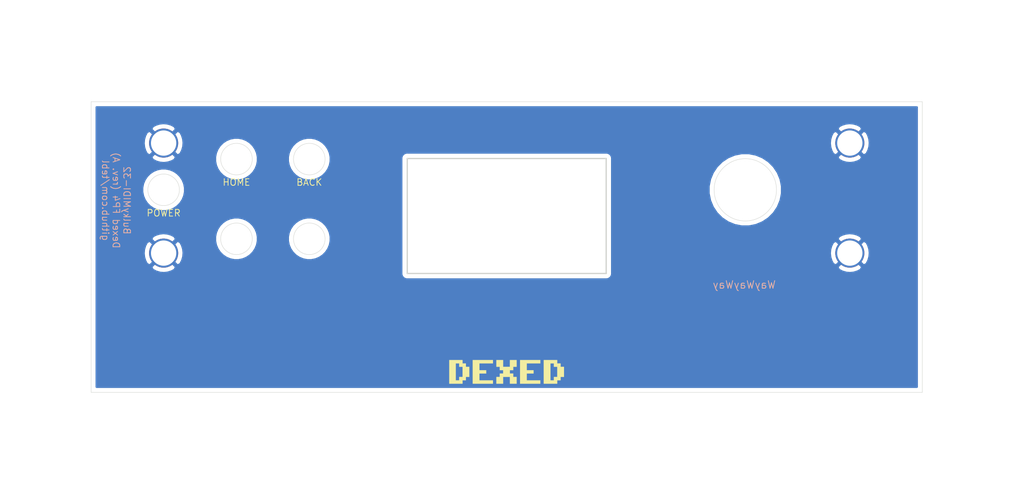
<source format=kicad_pcb>
(kicad_pcb (version 20171130) (host pcbnew "(5.1.8)-1")

  (general
    (thickness 1.6)
    (drawings 25)
    (tracks 0)
    (zones 0)
    (modules 5)
    (nets 2)
  )

  (page A4)
  (layers
    (0 F.Cu signal)
    (31 B.Cu signal)
    (32 B.Adhes user)
    (33 F.Adhes user)
    (34 B.Paste user)
    (35 F.Paste user)
    (36 B.SilkS user)
    (37 F.SilkS user)
    (38 B.Mask user)
    (39 F.Mask user)
    (40 Dwgs.User user)
    (41 Cmts.User user)
    (42 Eco1.User user)
    (43 Eco2.User user)
    (44 Edge.Cuts user)
    (45 Margin user)
    (46 B.CrtYd user)
    (47 F.CrtYd user)
    (48 B.Fab user hide)
    (49 F.Fab user)
  )

  (setup
    (last_trace_width 0.25)
    (trace_clearance 0.2)
    (zone_clearance 0.508)
    (zone_45_only no)
    (trace_min 0.2)
    (via_size 0.8)
    (via_drill 0.4)
    (via_min_size 0.4)
    (via_min_drill 0.3)
    (uvia_size 0.3)
    (uvia_drill 0.1)
    (uvias_allowed no)
    (uvia_min_size 0.2)
    (uvia_min_drill 0.1)
    (edge_width 0.05)
    (segment_width 0.2)
    (pcb_text_width 0.3)
    (pcb_text_size 1.5 1.5)
    (mod_edge_width 0.12)
    (mod_text_size 1 1)
    (mod_text_width 0.15)
    (pad_size 1.524 1.524)
    (pad_drill 0.762)
    (pad_to_mask_clearance 0)
    (aux_axis_origin 0 0)
    (grid_origin 141.09 121.579)
    (visible_elements 7FFFFFFF)
    (pcbplotparams
      (layerselection 0x011fc_ffffffff)
      (usegerberextensions true)
      (usegerberattributes false)
      (usegerberadvancedattributes false)
      (creategerberjobfile false)
      (excludeedgelayer true)
      (linewidth 0.100000)
      (plotframeref false)
      (viasonmask false)
      (mode 1)
      (useauxorigin false)
      (hpglpennumber 1)
      (hpglpenspeed 20)
      (hpglpendiameter 15.000000)
      (psnegative false)
      (psa4output false)
      (plotreference true)
      (plotvalue true)
      (plotinvisibletext false)
      (padsonsilk false)
      (subtractmaskfromsilk false)
      (outputformat 1)
      (mirror false)
      (drillshape 0)
      (scaleselection 1)
      (outputdirectory "export/"))
  )

  (net 0 "")
  (net 1 GND)

  (net_class Default "This is the default net class."
    (clearance 0.2)
    (trace_width 0.25)
    (via_dia 0.8)
    (via_drill 0.4)
    (uvia_dia 0.3)
    (uvia_drill 0.1)
  )

  (net_class PWR ""
    (clearance 0.2)
    (trace_width 0.381)
    (via_dia 0.8)
    (via_drill 0.4)
    (uvia_dia 0.3)
    (uvia_drill 0.1)
    (add_net GND)
  )

  (module artwork:Dexed (layer F.Cu) (tedit 0) (tstamp 62CA114F)
    (at 141.09 143.502)
    (fp_text reference G*** (at 0 0) (layer F.SilkS) hide
      (effects (font (size 1.524 1.524) (thickness 0.3)))
    )
    (fp_text value LOGO (at 0.75 0) (layer F.SilkS) hide
      (effects (font (size 1.524 1.524) (thickness 0.3)))
    )
    (fp_poly (pts (xy -5.313914 -1.017017) (xy -4.907107 -1.017017) (xy -4.907107 -0.61021) (xy -4.5003 -0.61021)
      (xy -4.5003 0.610211) (xy -4.907107 0.610211) (xy -4.907107 1.017017) (xy -5.313914 1.017017)
      (xy -5.313914 1.423824) (xy -6.915715 1.423824) (xy -6.915715 -1.017017) (xy -6.127527 -1.017017)
      (xy -6.127527 1.017017) (xy -5.720721 1.017017) (xy -5.720721 0.610211) (xy -5.313914 0.610211)
      (xy -5.313914 -0.61021) (xy -5.720721 -0.61021) (xy -5.720721 -1.017017) (xy -6.127527 -1.017017)
      (xy -6.915715 -1.017017) (xy -6.915715 -1.423823) (xy -5.313914 -1.423823) (xy -5.313914 -1.017017)) (layer F.SilkS) (width 0.01))
    (fp_poly (pts (xy -1.652652 -1.017017) (xy -3.27988 -1.017017) (xy -3.27988 -0.203403) (xy -2.466266 -0.203403)
      (xy -2.466266 0.203404) (xy -3.27988 0.203404) (xy -3.27988 1.017017) (xy -1.652652 1.017017)
      (xy -1.652652 1.423824) (xy -4.093493 1.423824) (xy -4.093493 -1.423823) (xy -1.652652 -1.423823)
      (xy -1.652652 -1.017017)) (layer F.SilkS) (width 0.01))
    (fp_poly (pts (xy -0.432232 -0.61021) (xy 0.381382 -0.61021) (xy 0.381382 -1.423823) (xy 1.194995 -1.423823)
      (xy 1.194995 -0.61021) (xy 0.788188 -0.61021) (xy 0.788188 -0.203403) (xy 0.381382 -0.203403)
      (xy 0.381382 0.203404) (xy 0.788188 0.203404) (xy 0.788188 0.610211) (xy 1.194995 0.610211)
      (xy 1.194995 1.423824) (xy 0.381382 1.423824) (xy 0.381382 0.610211) (xy -0.432232 0.610211)
      (xy -0.432232 1.423824) (xy -1.245846 1.423824) (xy -1.245846 0.610211) (xy -0.839039 0.610211)
      (xy -0.839039 0.203404) (xy -0.432232 0.203404) (xy -0.432232 -0.203403) (xy -0.839039 -0.203403)
      (xy -0.839039 -0.61021) (xy -1.245846 -0.61021) (xy -1.245846 -1.423823) (xy -0.432232 -1.423823)
      (xy -0.432232 -0.61021)) (layer F.SilkS) (width 0.01))
    (fp_poly (pts (xy 4.042643 -1.017017) (xy 2.415416 -1.017017) (xy 2.415416 -0.203403) (xy 3.229029 -0.203403)
      (xy 3.229029 0.203404) (xy 2.415416 0.203404) (xy 2.415416 1.017017) (xy 4.042643 1.017017)
      (xy 4.042643 1.423824) (xy 1.601802 1.423824) (xy 1.601802 -1.423823) (xy 4.042643 -1.423823)
      (xy 4.042643 -1.017017)) (layer F.SilkS) (width 0.01))
    (fp_poly (pts (xy 6.076677 -1.017017) (xy 6.483484 -1.017017) (xy 6.483484 -0.61021) (xy 6.890291 -0.61021)
      (xy 6.890291 0.610211) (xy 6.483484 0.610211) (xy 6.483484 1.017017) (xy 6.076677 1.017017)
      (xy 6.076677 1.423824) (xy 4.44945 1.423824) (xy 4.44945 -1.017017) (xy 5.263063 -1.017017)
      (xy 5.263063 1.017017) (xy 5.66987 1.017017) (xy 5.66987 0.610211) (xy 6.076677 0.610211)
      (xy 6.076677 -0.61021) (xy 5.66987 -0.61021) (xy 5.66987 -1.017017) (xy 5.263063 -1.017017)
      (xy 4.44945 -1.017017) (xy 4.44945 -1.423823) (xy 6.076677 -1.423823) (xy 6.076677 -1.017017)) (layer F.SilkS) (width 0.01))
  )

  (module mounting:M3_pin (layer F.Cu) (tedit 5F76331A) (tstamp 6282A424)
    (at 99.815 129.199)
    (descr "module 1 pin (ou trou mecanique de percage)")
    (tags DEV)
    (path /6282631C)
    (fp_text reference M1 (at 3.048 0) (layer F.Fab) hide
      (effects (font (size 1 1) (thickness 0.15)))
    )
    (fp_text value Mounting_Pin (at 0 3) (layer F.Fab) hide
      (effects (font (size 1 1) (thickness 0.15)))
    )
    (fp_circle (center 0 0) (end 2.6 0) (layer F.CrtYd) (width 0.05))
    (fp_circle (center 0 0) (end 2 0.8) (layer F.Fab) (width 0.1))
    (pad 1 thru_hole circle (at 0 0) (size 3.5 3.5) (drill 3.048) (layers *.Cu *.Mask)
      (net 1 GND) (solder_mask_margin 0.8))
  )

  (module mounting:M3_pin (layer F.Cu) (tedit 5F76331A) (tstamp 6282A42B)
    (at 182.365 129.199)
    (descr "module 1 pin (ou trou mecanique de percage)")
    (tags DEV)
    (path /62826824)
    (fp_text reference M2 (at 0 -3.048) (layer F.Fab) hide
      (effects (font (size 1 1) (thickness 0.15)))
    )
    (fp_text value Mounting_Pin (at 0 3) (layer F.Fab) hide
      (effects (font (size 1 1) (thickness 0.15)))
    )
    (fp_circle (center 0 0) (end 2 0.8) (layer F.Fab) (width 0.1))
    (fp_circle (center 0 0) (end 2.6 0) (layer F.CrtYd) (width 0.05))
    (pad 1 thru_hole circle (at 0 0) (size 3.5 3.5) (drill 3.048) (layers *.Cu *.Mask)
      (net 1 GND) (solder_mask_margin 0.8))
  )

  (module mounting:M3_pin (layer F.Cu) (tedit 5F76331A) (tstamp 6282A432)
    (at 182.365 115.949)
    (descr "module 1 pin (ou trou mecanique de percage)")
    (tags DEV)
    (path /62826D8F)
    (fp_text reference M3 (at 0 -3.048) (layer F.Fab) hide
      (effects (font (size 1 1) (thickness 0.15)))
    )
    (fp_text value Mounting_Pin (at 0 3) (layer F.Fab) hide
      (effects (font (size 1 1) (thickness 0.15)))
    )
    (fp_circle (center 0 0) (end 2.6 0) (layer F.CrtYd) (width 0.05))
    (fp_circle (center 0 0) (end 2 0.8) (layer F.Fab) (width 0.1))
    (pad 1 thru_hole circle (at 0 0) (size 3.5 3.5) (drill 3.048) (layers *.Cu *.Mask)
      (net 1 GND) (solder_mask_margin 0.8))
  )

  (module mounting:M3_pin (layer F.Cu) (tedit 5F76331A) (tstamp 6282A439)
    (at 99.815 115.949)
    (descr "module 1 pin (ou trou mecanique de percage)")
    (tags DEV)
    (path /62827110)
    (fp_text reference M4 (at 0 -3.048) (layer F.Fab) hide
      (effects (font (size 1 1) (thickness 0.15)))
    )
    (fp_text value Mounting_Pin (at 0 3) (layer F.Fab) hide
      (effects (font (size 1 1) (thickness 0.15)))
    )
    (fp_circle (center 0 0) (end 2 0.8) (layer F.Fab) (width 0.1))
    (fp_circle (center 0 0) (end 2.6 0) (layer F.CrtYd) (width 0.05))
    (pad 1 thru_hole circle (at 0 0) (size 3.5 3.5) (drill 3.048) (layers *.Cu *.Mask)
      (net 1 GND) (solder_mask_margin 0.8))
  )

  (gr_text WayWayWay (at 169.665 133.009) (layer B.SilkS) (tstamp 6611F18A)
    (effects (font (size 0.9 0.9) (thickness 0.1)) (justify mirror))
  )
  (gr_text JLCJLCJLCJLC (at 112.515 133.009) (layer F.Fab) (tstamp 6611F189)
    (effects (font (size 0.9 0.9) (thickness 0.1)) (justify mirror))
  )
  (gr_line (start 153.055 131.652) (end 129.125 131.652) (layer Edge.Cuts) (width 0.15) (tstamp 656AA58E))
  (gr_line (start 129.125 117.807) (end 153.055 117.807) (layer Edge.Cuts) (width 0.15) (tstamp 656AA58D))
  (gr_line (start 153.055 117.807) (end 153.055 131.652) (layer Edge.Cuts) (width 0.15) (tstamp 656AA58C))
  (gr_line (start 129.125 131.652) (end 129.125 117.807) (layer Edge.Cuts) (width 0.15) (tstamp 656AA58B))
  (gr_text UP (at 108.578 130.273) (layer Dwgs.User) (tstamp 62C9AFDD)
    (effects (font (size 0.8 0.8) (thickness 0.1)))
  )
  (gr_text DOWN (at 117.338 130.273) (layer Dwgs.User) (tstamp 62CA11A0)
    (effects (font (size 0.8 0.8) (thickness 0.1)))
  )
  (gr_circle (center 108.578 117.879) (end 110.478 117.879) (layer Edge.Cuts) (width 0.05) (tstamp 656A9D7A))
  (gr_circle (center 117.338 117.879) (end 119.238 117.879) (layer Edge.Cuts) (width 0.05) (tstamp 656A9D79))
  (gr_text HOME (at 108.578 120.673) (layer F.SilkS) (tstamp 656A9D78)
    (effects (font (size 0.8 0.8) (thickness 0.1)))
  )
  (gr_text BACK (at 117.338 120.673) (layer F.SilkS) (tstamp 656A9D77)
    (effects (font (size 0.8 0.8) (thickness 0.1)))
  )
  (gr_line (start 191.09 134.174) (end 191.09 145.974) (layer Edge.Cuts) (width 0.05) (tstamp 62C9B2AC))
  (gr_line (start 91.09 134.174) (end 91.09 145.974) (layer Edge.Cuts) (width 0.05) (tstamp 62C9B2A0))
  (gr_line (start 91.09 134.174) (end 191.09 134.174) (layer Dwgs.User) (width 0.01) (tstamp 62C9B281))
  (gr_circle (center 117.338 127.479) (end 119.238 127.479) (layer Edge.Cuts) (width 0.05) (tstamp 62C9AFCA))
  (gr_circle (center 169.792 121.579) (end 173.542 121.579) (layer Edge.Cuts) (width 0.05) (tstamp 629228F6))
  (gr_text "BulkyMIDI-32\nDexed FP4 (rev. A)\ngithub.com/tebl" (at 94.1 122.849 270) (layer B.SilkS) (tstamp 6286D3C9)
    (effects (font (size 0.8 0.8) (thickness 0.1)) (justify mirror))
  )
  (gr_circle (center 108.578 127.479) (end 110.478 127.479) (layer Edge.Cuts) (width 0.05) (tstamp 62922778))
  (gr_text POWER (at 99.815 124.373) (layer F.SilkS) (tstamp 62922779)
    (effects (font (size 0.8 0.8) (thickness 0.1)))
  )
  (gr_circle (center 99.815 121.579) (end 101.715 121.579) (layer Edge.Cuts) (width 0.05) (tstamp 62922778))
  (gr_line (start 191.09 110.974) (end 91.09 110.974) (layer Edge.Cuts) (width 0.05) (tstamp 6282E722))
  (gr_line (start 91.09 145.974) (end 191.09 145.974) (layer Edge.Cuts) (width 0.05) (tstamp 620DB217))
  (gr_line (start 91.09 110.974) (end 91.09 134.174) (layer Edge.Cuts) (width 0.05))
  (gr_line (start 191.09 134.174) (end 191.09 110.974) (layer Edge.Cuts) (width 0.05))

  (zone (net 1) (net_name GND) (layer B.Cu) (tstamp 0) (hatch edge 0.508)
    (connect_pads (clearance 0.508))
    (min_thickness 0.254)
    (fill yes (arc_segments 32) (thermal_gap 0.508) (thermal_bridge_width 0.508))
    (polygon
      (pts
        (xy 203.32 157.139) (xy 80.13 157.139) (xy 80.13 98.719) (xy 203.32 98.719)
      )
    )
    (filled_polygon
      (pts
        (xy 190.43 134.141581) (xy 190.43 134.141582) (xy 190.430001 145.314) (xy 91.75 145.314) (xy 91.75 130.868609)
        (xy 98.324997 130.868609) (xy 98.511073 131.209766) (xy 98.928409 131.425513) (xy 99.379815 131.555696) (xy 99.847946 131.595313)
        (xy 100.314811 131.542842) (xy 100.762468 131.400297) (xy 101.118927 131.209766) (xy 101.305003 130.868609) (xy 99.815 129.378605)
        (xy 98.324997 130.868609) (xy 91.75 130.868609) (xy 91.75 129.231946) (xy 97.418687 129.231946) (xy 97.471158 129.698811)
        (xy 97.613703 130.146468) (xy 97.804234 130.502927) (xy 98.145391 130.689003) (xy 99.635395 129.199) (xy 99.994605 129.199)
        (xy 101.484609 130.689003) (xy 101.825766 130.502927) (xy 102.041513 130.085591) (xy 102.171696 129.634185) (xy 102.211313 129.166054)
        (xy 102.158842 128.699189) (xy 102.016297 128.251532) (xy 101.825766 127.895073) (xy 101.484609 127.708997) (xy 99.994605 129.199)
        (xy 99.635395 129.199) (xy 98.145391 127.708997) (xy 97.804234 127.895073) (xy 97.588487 128.312409) (xy 97.458304 128.763815)
        (xy 97.418687 129.231946) (xy 91.75 129.231946) (xy 91.75 127.529391) (xy 98.324997 127.529391) (xy 99.815 129.019395)
        (xy 101.305003 127.529391) (xy 101.139589 127.226116) (xy 106.010423 127.226116) (xy 106.010423 127.731884) (xy 106.109094 128.227934)
        (xy 106.302643 128.695204) (xy 106.583633 129.115735) (xy 106.941265 129.473367) (xy 107.361796 129.754357) (xy 107.829066 129.947906)
        (xy 108.325116 130.046577) (xy 108.830884 130.046577) (xy 109.326934 129.947906) (xy 109.794204 129.754357) (xy 110.214735 129.473367)
        (xy 110.572367 129.115735) (xy 110.853357 128.695204) (xy 111.046906 128.227934) (xy 111.145577 127.731884) (xy 111.145577 127.226116)
        (xy 114.770423 127.226116) (xy 114.770423 127.731884) (xy 114.869094 128.227934) (xy 115.062643 128.695204) (xy 115.343633 129.115735)
        (xy 115.701265 129.473367) (xy 116.121796 129.754357) (xy 116.589066 129.947906) (xy 117.085116 130.046577) (xy 117.590884 130.046577)
        (xy 118.086934 129.947906) (xy 118.554204 129.754357) (xy 118.974735 129.473367) (xy 119.332367 129.115735) (xy 119.613357 128.695204)
        (xy 119.806906 128.227934) (xy 119.905577 127.731884) (xy 119.905577 127.226116) (xy 119.806906 126.730066) (xy 119.613357 126.262796)
        (xy 119.332367 125.842265) (xy 118.974735 125.484633) (xy 118.554204 125.203643) (xy 118.086934 125.010094) (xy 117.590884 124.911423)
        (xy 117.085116 124.911423) (xy 116.589066 125.010094) (xy 116.121796 125.203643) (xy 115.701265 125.484633) (xy 115.343633 125.842265)
        (xy 115.062643 126.262796) (xy 114.869094 126.730066) (xy 114.770423 127.226116) (xy 111.145577 127.226116) (xy 111.046906 126.730066)
        (xy 110.853357 126.262796) (xy 110.572367 125.842265) (xy 110.214735 125.484633) (xy 109.794204 125.203643) (xy 109.326934 125.010094)
        (xy 108.830884 124.911423) (xy 108.325116 124.911423) (xy 107.829066 125.010094) (xy 107.361796 125.203643) (xy 106.941265 125.484633)
        (xy 106.583633 125.842265) (xy 106.302643 126.262796) (xy 106.109094 126.730066) (xy 106.010423 127.226116) (xy 101.139589 127.226116)
        (xy 101.118927 127.188234) (xy 100.701591 126.972487) (xy 100.250185 126.842304) (xy 99.782054 126.802687) (xy 99.315189 126.855158)
        (xy 98.867532 126.997703) (xy 98.511073 127.188234) (xy 98.324997 127.529391) (xy 91.75 127.529391) (xy 91.75 121.326116)
        (xy 97.247423 121.326116) (xy 97.247423 121.831884) (xy 97.346094 122.327934) (xy 97.539643 122.795204) (xy 97.820633 123.215735)
        (xy 98.178265 123.573367) (xy 98.598796 123.854357) (xy 99.066066 124.047906) (xy 99.562116 124.146577) (xy 100.067884 124.146577)
        (xy 100.563934 124.047906) (xy 101.031204 123.854357) (xy 101.451735 123.573367) (xy 101.809367 123.215735) (xy 102.090357 122.795204)
        (xy 102.283906 122.327934) (xy 102.382577 121.831884) (xy 102.382577 121.326116) (xy 102.283906 120.830066) (xy 102.090357 120.362796)
        (xy 101.809367 119.942265) (xy 101.451735 119.584633) (xy 101.031204 119.303643) (xy 100.563934 119.110094) (xy 100.067884 119.011423)
        (xy 99.562116 119.011423) (xy 99.066066 119.110094) (xy 98.598796 119.303643) (xy 98.178265 119.584633) (xy 97.820633 119.942265)
        (xy 97.539643 120.362796) (xy 97.346094 120.830066) (xy 97.247423 121.326116) (xy 91.75 121.326116) (xy 91.75 117.618609)
        (xy 98.324997 117.618609) (xy 98.511073 117.959766) (xy 98.928409 118.175513) (xy 99.379815 118.305696) (xy 99.847946 118.345313)
        (xy 100.314811 118.292842) (xy 100.762468 118.150297) (xy 101.118927 117.959766) (xy 101.300908 117.626116) (xy 106.010423 117.626116)
        (xy 106.010423 118.131884) (xy 106.109094 118.627934) (xy 106.302643 119.095204) (xy 106.583633 119.515735) (xy 106.941265 119.873367)
        (xy 107.361796 120.154357) (xy 107.829066 120.347906) (xy 108.325116 120.446577) (xy 108.830884 120.446577) (xy 109.326934 120.347906)
        (xy 109.794204 120.154357) (xy 110.214735 119.873367) (xy 110.572367 119.515735) (xy 110.853357 119.095204) (xy 111.046906 118.627934)
        (xy 111.145577 118.131884) (xy 111.145577 117.626116) (xy 114.770423 117.626116) (xy 114.770423 118.131884) (xy 114.869094 118.627934)
        (xy 115.062643 119.095204) (xy 115.343633 119.515735) (xy 115.701265 119.873367) (xy 116.121796 120.154357) (xy 116.589066 120.347906)
        (xy 117.085116 120.446577) (xy 117.590884 120.446577) (xy 118.086934 120.347906) (xy 118.554204 120.154357) (xy 118.974735 119.873367)
        (xy 119.332367 119.515735) (xy 119.613357 119.095204) (xy 119.806906 118.627934) (xy 119.905577 118.131884) (xy 119.905577 117.807)
        (xy 128.411565 117.807) (xy 128.415001 117.841887) (xy 128.415 131.617123) (xy 128.411565 131.652) (xy 128.425273 131.791184)
        (xy 128.465872 131.92502) (xy 128.5318 132.048363) (xy 128.620525 132.156475) (xy 128.728637 132.2452) (xy 128.85198 132.311128)
        (xy 128.985816 132.351727) (xy 129.125 132.365435) (xy 129.159877 132.362) (xy 153.020123 132.362) (xy 153.055 132.365435)
        (xy 153.089877 132.362) (xy 153.194184 132.351727) (xy 153.32802 132.311128) (xy 153.451363 132.2452) (xy 153.559475 132.156475)
        (xy 153.6482 132.048363) (xy 153.714128 131.92502) (xy 153.754727 131.791184) (xy 153.768435 131.652) (xy 153.765 131.617123)
        (xy 153.765 130.868609) (xy 180.874997 130.868609) (xy 181.061073 131.209766) (xy 181.478409 131.425513) (xy 181.929815 131.555696)
        (xy 182.397946 131.595313) (xy 182.864811 131.542842) (xy 183.312468 131.400297) (xy 183.668927 131.209766) (xy 183.855003 130.868609)
        (xy 182.365 129.378605) (xy 180.874997 130.868609) (xy 153.765 130.868609) (xy 153.765 129.231946) (xy 179.968687 129.231946)
        (xy 180.021158 129.698811) (xy 180.163703 130.146468) (xy 180.354234 130.502927) (xy 180.695391 130.689003) (xy 182.185395 129.199)
        (xy 182.544605 129.199) (xy 184.034609 130.689003) (xy 184.375766 130.502927) (xy 184.591513 130.085591) (xy 184.721696 129.634185)
        (xy 184.761313 129.166054) (xy 184.708842 128.699189) (xy 184.566297 128.251532) (xy 184.375766 127.895073) (xy 184.034609 127.708997)
        (xy 182.544605 129.199) (xy 182.185395 129.199) (xy 180.695391 127.708997) (xy 180.354234 127.895073) (xy 180.138487 128.312409)
        (xy 180.008304 128.763815) (xy 179.968687 129.231946) (xy 153.765 129.231946) (xy 153.765 127.529391) (xy 180.874997 127.529391)
        (xy 182.365 129.019395) (xy 183.855003 127.529391) (xy 183.668927 127.188234) (xy 183.251591 126.972487) (xy 182.800185 126.842304)
        (xy 182.332054 126.802687) (xy 181.865189 126.855158) (xy 181.417532 126.997703) (xy 181.061073 127.188234) (xy 180.874997 127.529391)
        (xy 153.765 127.529391) (xy 153.765 121.144784) (xy 165.383332 121.144784) (xy 165.383332 122.013216) (xy 165.552754 122.864961)
        (xy 165.885089 123.667288) (xy 166.367564 124.389362) (xy 166.981638 125.003436) (xy 167.703712 125.485911) (xy 168.506039 125.818246)
        (xy 169.357784 125.987668) (xy 170.226216 125.987668) (xy 171.077961 125.818246) (xy 171.880288 125.485911) (xy 172.602362 125.003436)
        (xy 173.216436 124.389362) (xy 173.698911 123.667288) (xy 174.031246 122.864961) (xy 174.200668 122.013216) (xy 174.200668 121.144784)
        (xy 174.031246 120.293039) (xy 173.698911 119.490712) (xy 173.216436 118.768638) (xy 172.602362 118.154564) (xy 171.880288 117.672089)
        (xy 171.751176 117.618609) (xy 180.874997 117.618609) (xy 181.061073 117.959766) (xy 181.478409 118.175513) (xy 181.929815 118.305696)
        (xy 182.397946 118.345313) (xy 182.864811 118.292842) (xy 183.312468 118.150297) (xy 183.668927 117.959766) (xy 183.855003 117.618609)
        (xy 182.365 116.128605) (xy 180.874997 117.618609) (xy 171.751176 117.618609) (xy 171.077961 117.339754) (xy 170.226216 117.170332)
        (xy 169.357784 117.170332) (xy 168.506039 117.339754) (xy 167.703712 117.672089) (xy 166.981638 118.154564) (xy 166.367564 118.768638)
        (xy 165.885089 119.490712) (xy 165.552754 120.293039) (xy 165.383332 121.144784) (xy 153.765 121.144784) (xy 153.765 117.841877)
        (xy 153.768435 117.807) (xy 153.754727 117.667816) (xy 153.714128 117.53398) (xy 153.6482 117.410637) (xy 153.559475 117.302525)
        (xy 153.451363 117.2138) (xy 153.32802 117.147872) (xy 153.194184 117.107273) (xy 153.089877 117.097) (xy 153.055 117.093565)
        (xy 153.020123 117.097) (xy 129.159877 117.097) (xy 129.125 117.093565) (xy 129.090123 117.097) (xy 128.985816 117.107273)
        (xy 128.85198 117.147872) (xy 128.728637 117.2138) (xy 128.620525 117.302525) (xy 128.5318 117.410637) (xy 128.465872 117.53398)
        (xy 128.425273 117.667816) (xy 128.411565 117.807) (xy 119.905577 117.807) (xy 119.905577 117.626116) (xy 119.806906 117.130066)
        (xy 119.613357 116.662796) (xy 119.332367 116.242265) (xy 119.072048 115.981946) (xy 179.968687 115.981946) (xy 180.021158 116.448811)
        (xy 180.163703 116.896468) (xy 180.354234 117.252927) (xy 180.695391 117.439003) (xy 182.185395 115.949) (xy 182.544605 115.949)
        (xy 184.034609 117.439003) (xy 184.375766 117.252927) (xy 184.591513 116.835591) (xy 184.721696 116.384185) (xy 184.761313 115.916054)
        (xy 184.708842 115.449189) (xy 184.566297 115.001532) (xy 184.375766 114.645073) (xy 184.034609 114.458997) (xy 182.544605 115.949)
        (xy 182.185395 115.949) (xy 180.695391 114.458997) (xy 180.354234 114.645073) (xy 180.138487 115.062409) (xy 180.008304 115.513815)
        (xy 179.968687 115.981946) (xy 119.072048 115.981946) (xy 118.974735 115.884633) (xy 118.554204 115.603643) (xy 118.086934 115.410094)
        (xy 117.590884 115.311423) (xy 117.085116 115.311423) (xy 116.589066 115.410094) (xy 116.121796 115.603643) (xy 115.701265 115.884633)
        (xy 115.343633 116.242265) (xy 115.062643 116.662796) (xy 114.869094 117.130066) (xy 114.770423 117.626116) (xy 111.145577 117.626116)
        (xy 111.046906 117.130066) (xy 110.853357 116.662796) (xy 110.572367 116.242265) (xy 110.214735 115.884633) (xy 109.794204 115.603643)
        (xy 109.326934 115.410094) (xy 108.830884 115.311423) (xy 108.325116 115.311423) (xy 107.829066 115.410094) (xy 107.361796 115.603643)
        (xy 106.941265 115.884633) (xy 106.583633 116.242265) (xy 106.302643 116.662796) (xy 106.109094 117.130066) (xy 106.010423 117.626116)
        (xy 101.300908 117.626116) (xy 101.305003 117.618609) (xy 99.815 116.128605) (xy 98.324997 117.618609) (xy 91.75 117.618609)
        (xy 91.75 115.981946) (xy 97.418687 115.981946) (xy 97.471158 116.448811) (xy 97.613703 116.896468) (xy 97.804234 117.252927)
        (xy 98.145391 117.439003) (xy 99.635395 115.949) (xy 99.994605 115.949) (xy 101.484609 117.439003) (xy 101.825766 117.252927)
        (xy 102.041513 116.835591) (xy 102.171696 116.384185) (xy 102.211313 115.916054) (xy 102.158842 115.449189) (xy 102.016297 115.001532)
        (xy 101.825766 114.645073) (xy 101.484609 114.458997) (xy 99.994605 115.949) (xy 99.635395 115.949) (xy 98.145391 114.458997)
        (xy 97.804234 114.645073) (xy 97.588487 115.062409) (xy 97.458304 115.513815) (xy 97.418687 115.981946) (xy 91.75 115.981946)
        (xy 91.75 114.279391) (xy 98.324997 114.279391) (xy 99.815 115.769395) (xy 101.305003 114.279391) (xy 180.874997 114.279391)
        (xy 182.365 115.769395) (xy 183.855003 114.279391) (xy 183.668927 113.938234) (xy 183.251591 113.722487) (xy 182.800185 113.592304)
        (xy 182.332054 113.552687) (xy 181.865189 113.605158) (xy 181.417532 113.747703) (xy 181.061073 113.938234) (xy 180.874997 114.279391)
        (xy 101.305003 114.279391) (xy 101.118927 113.938234) (xy 100.701591 113.722487) (xy 100.250185 113.592304) (xy 99.782054 113.552687)
        (xy 99.315189 113.605158) (xy 98.867532 113.747703) (xy 98.511073 113.938234) (xy 98.324997 114.279391) (xy 91.75 114.279391)
        (xy 91.75 111.634) (xy 190.430001 111.634)
      )
    )
  )
)

</source>
